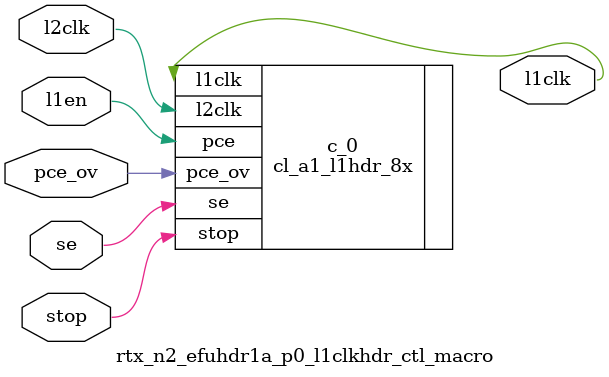
<source format=v>






module rtx_n2_efuhdr1a_p0_l1clkhdr_ctl_macro (
  l2clk, 
  l1en, 
  pce_ov, 
  stop, 
  se, 
  l1clk);


  input l2clk;
  input l1en;
  input pce_ov;
  input stop;
  input se;
  output l1clk;



 

cl_a1_l1hdr_8x c_0 (


   .l2clk(l2clk),
   .pce(l1en),
   .l1clk(l1clk),
  .se(se),
  .pce_ov(pce_ov),
  .stop(stop)
);



endmodule









</source>
